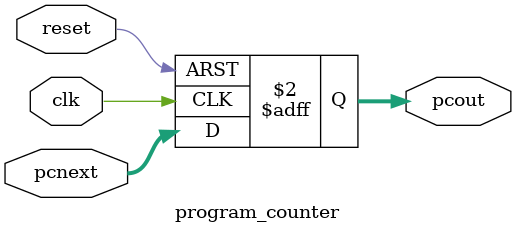
<source format=v>
module program_counter(pcnext, pcout, clk, reset);

input wire clk,reset;
input wire [4:0] pcnext;
output reg [4:0] pcout;

always@(posedge clk or posedge reset)
	begin
		if(reset)
			pcout <= 5'b0;
		else
			pcout <= pcnext;
	end

endmodule
</source>
